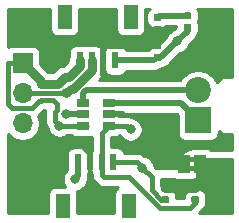
<source format=gbr>
G04 #@! TF.GenerationSoftware,KiCad,Pcbnew,(5.1.5)-3*
G04 #@! TF.CreationDate,2020-03-24T20:07:28-04:00*
G04 #@! TF.ProjectId,ADS1100,41445331-3130-4302-9e6b-696361645f70,rev?*
G04 #@! TF.SameCoordinates,Original*
G04 #@! TF.FileFunction,Copper,L1,Top*
G04 #@! TF.FilePolarity,Positive*
%FSLAX46Y46*%
G04 Gerber Fmt 4.6, Leading zero omitted, Abs format (unit mm)*
G04 Created by KiCad (PCBNEW (5.1.5)-3) date 2020-03-24 20:07:28*
%MOMM*%
%LPD*%
G04 APERTURE LIST*
%ADD10C,0.100000*%
%ADD11O,1.700000X1.700000*%
%ADD12R,1.700000X1.700000*%
%ADD13C,2.200000*%
%ADD14R,2.200000X2.200000*%
%ADD15R,1.060000X0.650000*%
%ADD16R,1.000000X1.500000*%
%ADD17R,1.198880X1.998980*%
%ADD18R,0.599440X1.348740*%
%ADD19C,0.800000*%
%ADD20C,0.381000*%
%ADD21C,0.254000*%
%ADD22C,0.762000*%
%ADD23C,0.508000*%
G04 APERTURE END LIST*
D10*
G36*
X224159000Y-54137000D02*
G01*
X224659000Y-54137000D01*
X224659000Y-54537000D01*
X224159000Y-54537000D01*
X224159000Y-54137000D01*
G37*
G36*
X224159000Y-54937000D02*
G01*
X224659000Y-54937000D01*
X224659000Y-55337000D01*
X224159000Y-55337000D01*
X224159000Y-54937000D01*
G37*
D11*
X210058000Y-53848000D03*
X210058000Y-51308000D03*
X210058000Y-48768000D03*
D12*
X210058000Y-46228000D03*
G04 #@! TA.AperFunction,SMDPad,CuDef*
D10*
G36*
X221674958Y-42042710D02*
G01*
X221689276Y-42044834D01*
X221703317Y-42048351D01*
X221716946Y-42053228D01*
X221730031Y-42059417D01*
X221742447Y-42066858D01*
X221754073Y-42075481D01*
X221764798Y-42085202D01*
X221774519Y-42095927D01*
X221783142Y-42107553D01*
X221790583Y-42119969D01*
X221796772Y-42133054D01*
X221801649Y-42146683D01*
X221805166Y-42160724D01*
X221807290Y-42175042D01*
X221808000Y-42189500D01*
X221808000Y-42484500D01*
X221807290Y-42498958D01*
X221805166Y-42513276D01*
X221801649Y-42527317D01*
X221796772Y-42540946D01*
X221790583Y-42554031D01*
X221783142Y-42566447D01*
X221774519Y-42578073D01*
X221764798Y-42588798D01*
X221754073Y-42598519D01*
X221742447Y-42607142D01*
X221730031Y-42614583D01*
X221716946Y-42620772D01*
X221703317Y-42625649D01*
X221689276Y-42629166D01*
X221674958Y-42631290D01*
X221660500Y-42632000D01*
X221315500Y-42632000D01*
X221301042Y-42631290D01*
X221286724Y-42629166D01*
X221272683Y-42625649D01*
X221259054Y-42620772D01*
X221245969Y-42614583D01*
X221233553Y-42607142D01*
X221221927Y-42598519D01*
X221211202Y-42588798D01*
X221201481Y-42578073D01*
X221192858Y-42566447D01*
X221185417Y-42554031D01*
X221179228Y-42540946D01*
X221174351Y-42527317D01*
X221170834Y-42513276D01*
X221168710Y-42498958D01*
X221168000Y-42484500D01*
X221168000Y-42189500D01*
X221168710Y-42175042D01*
X221170834Y-42160724D01*
X221174351Y-42146683D01*
X221179228Y-42133054D01*
X221185417Y-42119969D01*
X221192858Y-42107553D01*
X221201481Y-42095927D01*
X221211202Y-42085202D01*
X221221927Y-42075481D01*
X221233553Y-42066858D01*
X221245969Y-42059417D01*
X221259054Y-42053228D01*
X221272683Y-42048351D01*
X221286724Y-42044834D01*
X221301042Y-42042710D01*
X221315500Y-42042000D01*
X221660500Y-42042000D01*
X221674958Y-42042710D01*
G37*
G04 #@! TD.AperFunction*
G04 #@! TA.AperFunction,SMDPad,CuDef*
G36*
X221674958Y-43012710D02*
G01*
X221689276Y-43014834D01*
X221703317Y-43018351D01*
X221716946Y-43023228D01*
X221730031Y-43029417D01*
X221742447Y-43036858D01*
X221754073Y-43045481D01*
X221764798Y-43055202D01*
X221774519Y-43065927D01*
X221783142Y-43077553D01*
X221790583Y-43089969D01*
X221796772Y-43103054D01*
X221801649Y-43116683D01*
X221805166Y-43130724D01*
X221807290Y-43145042D01*
X221808000Y-43159500D01*
X221808000Y-43454500D01*
X221807290Y-43468958D01*
X221805166Y-43483276D01*
X221801649Y-43497317D01*
X221796772Y-43510946D01*
X221790583Y-43524031D01*
X221783142Y-43536447D01*
X221774519Y-43548073D01*
X221764798Y-43558798D01*
X221754073Y-43568519D01*
X221742447Y-43577142D01*
X221730031Y-43584583D01*
X221716946Y-43590772D01*
X221703317Y-43595649D01*
X221689276Y-43599166D01*
X221674958Y-43601290D01*
X221660500Y-43602000D01*
X221315500Y-43602000D01*
X221301042Y-43601290D01*
X221286724Y-43599166D01*
X221272683Y-43595649D01*
X221259054Y-43590772D01*
X221245969Y-43584583D01*
X221233553Y-43577142D01*
X221221927Y-43568519D01*
X221211202Y-43558798D01*
X221201481Y-43548073D01*
X221192858Y-43536447D01*
X221185417Y-43524031D01*
X221179228Y-43510946D01*
X221174351Y-43497317D01*
X221170834Y-43483276D01*
X221168710Y-43468958D01*
X221168000Y-43454500D01*
X221168000Y-43159500D01*
X221168710Y-43145042D01*
X221170834Y-43130724D01*
X221174351Y-43116683D01*
X221179228Y-43103054D01*
X221185417Y-43089969D01*
X221192858Y-43077553D01*
X221201481Y-43065927D01*
X221211202Y-43055202D01*
X221221927Y-43045481D01*
X221233553Y-43036858D01*
X221245969Y-43029417D01*
X221259054Y-43023228D01*
X221272683Y-43018351D01*
X221286724Y-43014834D01*
X221301042Y-43012710D01*
X221315500Y-43012000D01*
X221660500Y-43012000D01*
X221674958Y-43012710D01*
G37*
G04 #@! TD.AperFunction*
G04 #@! TA.AperFunction,SMDPad,CuDef*
G36*
X224214958Y-41892710D02*
G01*
X224229276Y-41894834D01*
X224243317Y-41898351D01*
X224256946Y-41903228D01*
X224270031Y-41909417D01*
X224282447Y-41916858D01*
X224294073Y-41925481D01*
X224304798Y-41935202D01*
X224314519Y-41945927D01*
X224323142Y-41957553D01*
X224330583Y-41969969D01*
X224336772Y-41983054D01*
X224341649Y-41996683D01*
X224345166Y-42010724D01*
X224347290Y-42025042D01*
X224348000Y-42039500D01*
X224348000Y-42334500D01*
X224347290Y-42348958D01*
X224345166Y-42363276D01*
X224341649Y-42377317D01*
X224336772Y-42390946D01*
X224330583Y-42404031D01*
X224323142Y-42416447D01*
X224314519Y-42428073D01*
X224304798Y-42438798D01*
X224294073Y-42448519D01*
X224282447Y-42457142D01*
X224270031Y-42464583D01*
X224256946Y-42470772D01*
X224243317Y-42475649D01*
X224229276Y-42479166D01*
X224214958Y-42481290D01*
X224200500Y-42482000D01*
X223855500Y-42482000D01*
X223841042Y-42481290D01*
X223826724Y-42479166D01*
X223812683Y-42475649D01*
X223799054Y-42470772D01*
X223785969Y-42464583D01*
X223773553Y-42457142D01*
X223761927Y-42448519D01*
X223751202Y-42438798D01*
X223741481Y-42428073D01*
X223732858Y-42416447D01*
X223725417Y-42404031D01*
X223719228Y-42390946D01*
X223714351Y-42377317D01*
X223710834Y-42363276D01*
X223708710Y-42348958D01*
X223708000Y-42334500D01*
X223708000Y-42039500D01*
X223708710Y-42025042D01*
X223710834Y-42010724D01*
X223714351Y-41996683D01*
X223719228Y-41983054D01*
X223725417Y-41969969D01*
X223732858Y-41957553D01*
X223741481Y-41945927D01*
X223751202Y-41935202D01*
X223761927Y-41925481D01*
X223773553Y-41916858D01*
X223785969Y-41909417D01*
X223799054Y-41903228D01*
X223812683Y-41898351D01*
X223826724Y-41894834D01*
X223841042Y-41892710D01*
X223855500Y-41892000D01*
X224200500Y-41892000D01*
X224214958Y-41892710D01*
G37*
G04 #@! TD.AperFunction*
G04 #@! TA.AperFunction,SMDPad,CuDef*
G36*
X224214958Y-42862710D02*
G01*
X224229276Y-42864834D01*
X224243317Y-42868351D01*
X224256946Y-42873228D01*
X224270031Y-42879417D01*
X224282447Y-42886858D01*
X224294073Y-42895481D01*
X224304798Y-42905202D01*
X224314519Y-42915927D01*
X224323142Y-42927553D01*
X224330583Y-42939969D01*
X224336772Y-42953054D01*
X224341649Y-42966683D01*
X224345166Y-42980724D01*
X224347290Y-42995042D01*
X224348000Y-43009500D01*
X224348000Y-43304500D01*
X224347290Y-43318958D01*
X224345166Y-43333276D01*
X224341649Y-43347317D01*
X224336772Y-43360946D01*
X224330583Y-43374031D01*
X224323142Y-43386447D01*
X224314519Y-43398073D01*
X224304798Y-43408798D01*
X224294073Y-43418519D01*
X224282447Y-43427142D01*
X224270031Y-43434583D01*
X224256946Y-43440772D01*
X224243317Y-43445649D01*
X224229276Y-43449166D01*
X224214958Y-43451290D01*
X224200500Y-43452000D01*
X223855500Y-43452000D01*
X223841042Y-43451290D01*
X223826724Y-43449166D01*
X223812683Y-43445649D01*
X223799054Y-43440772D01*
X223785969Y-43434583D01*
X223773553Y-43427142D01*
X223761927Y-43418519D01*
X223751202Y-43408798D01*
X223741481Y-43398073D01*
X223732858Y-43386447D01*
X223725417Y-43374031D01*
X223719228Y-43360946D01*
X223714351Y-43347317D01*
X223710834Y-43333276D01*
X223708710Y-43318958D01*
X223708000Y-43304500D01*
X223708000Y-43009500D01*
X223708710Y-42995042D01*
X223710834Y-42980724D01*
X223714351Y-42966683D01*
X223719228Y-42953054D01*
X223725417Y-42939969D01*
X223732858Y-42927553D01*
X223741481Y-42915927D01*
X223751202Y-42905202D01*
X223761927Y-42895481D01*
X223773553Y-42886858D01*
X223785969Y-42879417D01*
X223799054Y-42873228D01*
X223812683Y-42868351D01*
X223826724Y-42864834D01*
X223841042Y-42862710D01*
X223855500Y-42862000D01*
X224200500Y-42862000D01*
X224214958Y-42862710D01*
G37*
G04 #@! TD.AperFunction*
D13*
X224917000Y-48514000D03*
D14*
X224917000Y-51054000D03*
D15*
X217340505Y-50546000D03*
X217340505Y-49596000D03*
X217340505Y-51496000D03*
X215140505Y-51496000D03*
X215140505Y-50546000D03*
X215140505Y-49596000D03*
G04 #@! TA.AperFunction,SMDPad,CuDef*
D10*
G36*
X222309958Y-57467710D02*
G01*
X222324276Y-57469834D01*
X222338317Y-57473351D01*
X222351946Y-57478228D01*
X222365031Y-57484417D01*
X222377447Y-57491858D01*
X222389073Y-57500481D01*
X222399798Y-57510202D01*
X222409519Y-57520927D01*
X222418142Y-57532553D01*
X222425583Y-57544969D01*
X222431772Y-57558054D01*
X222436649Y-57571683D01*
X222440166Y-57585724D01*
X222442290Y-57600042D01*
X222443000Y-57614500D01*
X222443000Y-57909500D01*
X222442290Y-57923958D01*
X222440166Y-57938276D01*
X222436649Y-57952317D01*
X222431772Y-57965946D01*
X222425583Y-57979031D01*
X222418142Y-57991447D01*
X222409519Y-58003073D01*
X222399798Y-58013798D01*
X222389073Y-58023519D01*
X222377447Y-58032142D01*
X222365031Y-58039583D01*
X222351946Y-58045772D01*
X222338317Y-58050649D01*
X222324276Y-58054166D01*
X222309958Y-58056290D01*
X222295500Y-58057000D01*
X221950500Y-58057000D01*
X221936042Y-58056290D01*
X221921724Y-58054166D01*
X221907683Y-58050649D01*
X221894054Y-58045772D01*
X221880969Y-58039583D01*
X221868553Y-58032142D01*
X221856927Y-58023519D01*
X221846202Y-58013798D01*
X221836481Y-58003073D01*
X221827858Y-57991447D01*
X221820417Y-57979031D01*
X221814228Y-57965946D01*
X221809351Y-57952317D01*
X221805834Y-57938276D01*
X221803710Y-57923958D01*
X221803000Y-57909500D01*
X221803000Y-57614500D01*
X221803710Y-57600042D01*
X221805834Y-57585724D01*
X221809351Y-57571683D01*
X221814228Y-57558054D01*
X221820417Y-57544969D01*
X221827858Y-57532553D01*
X221836481Y-57520927D01*
X221846202Y-57510202D01*
X221856927Y-57500481D01*
X221868553Y-57491858D01*
X221880969Y-57484417D01*
X221894054Y-57478228D01*
X221907683Y-57473351D01*
X221921724Y-57469834D01*
X221936042Y-57467710D01*
X221950500Y-57467000D01*
X222295500Y-57467000D01*
X222309958Y-57467710D01*
G37*
G04 #@! TD.AperFunction*
G04 #@! TA.AperFunction,SMDPad,CuDef*
G36*
X222309958Y-56497710D02*
G01*
X222324276Y-56499834D01*
X222338317Y-56503351D01*
X222351946Y-56508228D01*
X222365031Y-56514417D01*
X222377447Y-56521858D01*
X222389073Y-56530481D01*
X222399798Y-56540202D01*
X222409519Y-56550927D01*
X222418142Y-56562553D01*
X222425583Y-56574969D01*
X222431772Y-56588054D01*
X222436649Y-56601683D01*
X222440166Y-56615724D01*
X222442290Y-56630042D01*
X222443000Y-56644500D01*
X222443000Y-56939500D01*
X222442290Y-56953958D01*
X222440166Y-56968276D01*
X222436649Y-56982317D01*
X222431772Y-56995946D01*
X222425583Y-57009031D01*
X222418142Y-57021447D01*
X222409519Y-57033073D01*
X222399798Y-57043798D01*
X222389073Y-57053519D01*
X222377447Y-57062142D01*
X222365031Y-57069583D01*
X222351946Y-57075772D01*
X222338317Y-57080649D01*
X222324276Y-57084166D01*
X222309958Y-57086290D01*
X222295500Y-57087000D01*
X221950500Y-57087000D01*
X221936042Y-57086290D01*
X221921724Y-57084166D01*
X221907683Y-57080649D01*
X221894054Y-57075772D01*
X221880969Y-57069583D01*
X221868553Y-57062142D01*
X221856927Y-57053519D01*
X221846202Y-57043798D01*
X221836481Y-57033073D01*
X221827858Y-57021447D01*
X221820417Y-57009031D01*
X221814228Y-56995946D01*
X221809351Y-56982317D01*
X221805834Y-56968276D01*
X221803710Y-56953958D01*
X221803000Y-56939500D01*
X221803000Y-56644500D01*
X221803710Y-56630042D01*
X221805834Y-56615724D01*
X221809351Y-56601683D01*
X221814228Y-56588054D01*
X221820417Y-56574969D01*
X221827858Y-56562553D01*
X221836481Y-56550927D01*
X221846202Y-56540202D01*
X221856927Y-56530481D01*
X221868553Y-56521858D01*
X221880969Y-56514417D01*
X221894054Y-56508228D01*
X221907683Y-56503351D01*
X221921724Y-56499834D01*
X221936042Y-56497710D01*
X221950500Y-56497000D01*
X222295500Y-56497000D01*
X222309958Y-56497710D01*
G37*
G04 #@! TD.AperFunction*
G04 #@! TA.AperFunction,SMDPad,CuDef*
G36*
X224849958Y-57467710D02*
G01*
X224864276Y-57469834D01*
X224878317Y-57473351D01*
X224891946Y-57478228D01*
X224905031Y-57484417D01*
X224917447Y-57491858D01*
X224929073Y-57500481D01*
X224939798Y-57510202D01*
X224949519Y-57520927D01*
X224958142Y-57532553D01*
X224965583Y-57544969D01*
X224971772Y-57558054D01*
X224976649Y-57571683D01*
X224980166Y-57585724D01*
X224982290Y-57600042D01*
X224983000Y-57614500D01*
X224983000Y-57909500D01*
X224982290Y-57923958D01*
X224980166Y-57938276D01*
X224976649Y-57952317D01*
X224971772Y-57965946D01*
X224965583Y-57979031D01*
X224958142Y-57991447D01*
X224949519Y-58003073D01*
X224939798Y-58013798D01*
X224929073Y-58023519D01*
X224917447Y-58032142D01*
X224905031Y-58039583D01*
X224891946Y-58045772D01*
X224878317Y-58050649D01*
X224864276Y-58054166D01*
X224849958Y-58056290D01*
X224835500Y-58057000D01*
X224490500Y-58057000D01*
X224476042Y-58056290D01*
X224461724Y-58054166D01*
X224447683Y-58050649D01*
X224434054Y-58045772D01*
X224420969Y-58039583D01*
X224408553Y-58032142D01*
X224396927Y-58023519D01*
X224386202Y-58013798D01*
X224376481Y-58003073D01*
X224367858Y-57991447D01*
X224360417Y-57979031D01*
X224354228Y-57965946D01*
X224349351Y-57952317D01*
X224345834Y-57938276D01*
X224343710Y-57923958D01*
X224343000Y-57909500D01*
X224343000Y-57614500D01*
X224343710Y-57600042D01*
X224345834Y-57585724D01*
X224349351Y-57571683D01*
X224354228Y-57558054D01*
X224360417Y-57544969D01*
X224367858Y-57532553D01*
X224376481Y-57520927D01*
X224386202Y-57510202D01*
X224396927Y-57500481D01*
X224408553Y-57491858D01*
X224420969Y-57484417D01*
X224434054Y-57478228D01*
X224447683Y-57473351D01*
X224461724Y-57469834D01*
X224476042Y-57467710D01*
X224490500Y-57467000D01*
X224835500Y-57467000D01*
X224849958Y-57467710D01*
G37*
G04 #@! TD.AperFunction*
G04 #@! TA.AperFunction,SMDPad,CuDef*
G36*
X224849958Y-56497710D02*
G01*
X224864276Y-56499834D01*
X224878317Y-56503351D01*
X224891946Y-56508228D01*
X224905031Y-56514417D01*
X224917447Y-56521858D01*
X224929073Y-56530481D01*
X224939798Y-56540202D01*
X224949519Y-56550927D01*
X224958142Y-56562553D01*
X224965583Y-56574969D01*
X224971772Y-56588054D01*
X224976649Y-56601683D01*
X224980166Y-56615724D01*
X224982290Y-56630042D01*
X224983000Y-56644500D01*
X224983000Y-56939500D01*
X224982290Y-56953958D01*
X224980166Y-56968276D01*
X224976649Y-56982317D01*
X224971772Y-56995946D01*
X224965583Y-57009031D01*
X224958142Y-57021447D01*
X224949519Y-57033073D01*
X224939798Y-57043798D01*
X224929073Y-57053519D01*
X224917447Y-57062142D01*
X224905031Y-57069583D01*
X224891946Y-57075772D01*
X224878317Y-57080649D01*
X224864276Y-57084166D01*
X224849958Y-57086290D01*
X224835500Y-57087000D01*
X224490500Y-57087000D01*
X224476042Y-57086290D01*
X224461724Y-57084166D01*
X224447683Y-57080649D01*
X224434054Y-57075772D01*
X224420969Y-57069583D01*
X224408553Y-57062142D01*
X224396927Y-57053519D01*
X224386202Y-57043798D01*
X224376481Y-57033073D01*
X224367858Y-57021447D01*
X224360417Y-57009031D01*
X224354228Y-56995946D01*
X224349351Y-56982317D01*
X224345834Y-56968276D01*
X224343710Y-56953958D01*
X224343000Y-56939500D01*
X224343000Y-56644500D01*
X224343710Y-56630042D01*
X224345834Y-56615724D01*
X224349351Y-56601683D01*
X224354228Y-56588054D01*
X224360417Y-56574969D01*
X224367858Y-56562553D01*
X224376481Y-56550927D01*
X224386202Y-56540202D01*
X224396927Y-56530481D01*
X224408553Y-56521858D01*
X224420969Y-56514417D01*
X224434054Y-56508228D01*
X224447683Y-56503351D01*
X224461724Y-56499834D01*
X224476042Y-56497710D01*
X224490500Y-56497000D01*
X224835500Y-56497000D01*
X224849958Y-56497710D01*
G37*
G04 #@! TD.AperFunction*
D16*
X225059000Y-54737000D03*
X223759000Y-54737000D03*
D17*
X213441425Y-58282840D03*
X219039585Y-58282840D03*
D18*
X217739105Y-54610000D03*
X216738345Y-54610000D03*
X215742665Y-54610000D03*
X214741905Y-54610000D03*
D17*
X219207080Y-42301160D03*
X213608920Y-42301160D03*
D18*
X214909400Y-45974000D03*
X215910160Y-45974000D03*
X216905840Y-45974000D03*
X217906600Y-45974000D03*
G04 #@! TA.AperFunction,SMDPad,CuDef*
D10*
G36*
X221674958Y-45402710D02*
G01*
X221689276Y-45404834D01*
X221703317Y-45408351D01*
X221716946Y-45413228D01*
X221730031Y-45419417D01*
X221742447Y-45426858D01*
X221754073Y-45435481D01*
X221764798Y-45445202D01*
X221774519Y-45455927D01*
X221783142Y-45467553D01*
X221790583Y-45479969D01*
X221796772Y-45493054D01*
X221801649Y-45506683D01*
X221805166Y-45520724D01*
X221807290Y-45535042D01*
X221808000Y-45549500D01*
X221808000Y-45844500D01*
X221807290Y-45858958D01*
X221805166Y-45873276D01*
X221801649Y-45887317D01*
X221796772Y-45900946D01*
X221790583Y-45914031D01*
X221783142Y-45926447D01*
X221774519Y-45938073D01*
X221764798Y-45948798D01*
X221754073Y-45958519D01*
X221742447Y-45967142D01*
X221730031Y-45974583D01*
X221716946Y-45980772D01*
X221703317Y-45985649D01*
X221689276Y-45989166D01*
X221674958Y-45991290D01*
X221660500Y-45992000D01*
X221315500Y-45992000D01*
X221301042Y-45991290D01*
X221286724Y-45989166D01*
X221272683Y-45985649D01*
X221259054Y-45980772D01*
X221245969Y-45974583D01*
X221233553Y-45967142D01*
X221221927Y-45958519D01*
X221211202Y-45948798D01*
X221201481Y-45938073D01*
X221192858Y-45926447D01*
X221185417Y-45914031D01*
X221179228Y-45900946D01*
X221174351Y-45887317D01*
X221170834Y-45873276D01*
X221168710Y-45858958D01*
X221168000Y-45844500D01*
X221168000Y-45549500D01*
X221168710Y-45535042D01*
X221170834Y-45520724D01*
X221174351Y-45506683D01*
X221179228Y-45493054D01*
X221185417Y-45479969D01*
X221192858Y-45467553D01*
X221201481Y-45455927D01*
X221211202Y-45445202D01*
X221221927Y-45435481D01*
X221233553Y-45426858D01*
X221245969Y-45419417D01*
X221259054Y-45413228D01*
X221272683Y-45408351D01*
X221286724Y-45404834D01*
X221301042Y-45402710D01*
X221315500Y-45402000D01*
X221660500Y-45402000D01*
X221674958Y-45402710D01*
G37*
G04 #@! TD.AperFunction*
G04 #@! TA.AperFunction,SMDPad,CuDef*
G36*
X221674958Y-44432710D02*
G01*
X221689276Y-44434834D01*
X221703317Y-44438351D01*
X221716946Y-44443228D01*
X221730031Y-44449417D01*
X221742447Y-44456858D01*
X221754073Y-44465481D01*
X221764798Y-44475202D01*
X221774519Y-44485927D01*
X221783142Y-44497553D01*
X221790583Y-44509969D01*
X221796772Y-44523054D01*
X221801649Y-44536683D01*
X221805166Y-44550724D01*
X221807290Y-44565042D01*
X221808000Y-44579500D01*
X221808000Y-44874500D01*
X221807290Y-44888958D01*
X221805166Y-44903276D01*
X221801649Y-44917317D01*
X221796772Y-44930946D01*
X221790583Y-44944031D01*
X221783142Y-44956447D01*
X221774519Y-44968073D01*
X221764798Y-44978798D01*
X221754073Y-44988519D01*
X221742447Y-44997142D01*
X221730031Y-45004583D01*
X221716946Y-45010772D01*
X221703317Y-45015649D01*
X221689276Y-45019166D01*
X221674958Y-45021290D01*
X221660500Y-45022000D01*
X221315500Y-45022000D01*
X221301042Y-45021290D01*
X221286724Y-45019166D01*
X221272683Y-45015649D01*
X221259054Y-45010772D01*
X221245969Y-45004583D01*
X221233553Y-44997142D01*
X221221927Y-44988519D01*
X221211202Y-44978798D01*
X221201481Y-44968073D01*
X221192858Y-44956447D01*
X221185417Y-44944031D01*
X221179228Y-44930946D01*
X221174351Y-44917317D01*
X221170834Y-44903276D01*
X221168710Y-44888958D01*
X221168000Y-44874500D01*
X221168000Y-44579500D01*
X221168710Y-44565042D01*
X221170834Y-44550724D01*
X221174351Y-44536683D01*
X221179228Y-44523054D01*
X221185417Y-44509969D01*
X221192858Y-44497553D01*
X221201481Y-44485927D01*
X221211202Y-44475202D01*
X221221927Y-44465481D01*
X221233553Y-44456858D01*
X221245969Y-44449417D01*
X221259054Y-44443228D01*
X221272683Y-44438351D01*
X221286724Y-44434834D01*
X221301042Y-44432710D01*
X221315500Y-44432000D01*
X221660500Y-44432000D01*
X221674958Y-44432710D01*
G37*
G04 #@! TD.AperFunction*
D19*
X220154500Y-55054500D03*
X213172000Y-51496000D03*
X219202000Y-51816000D03*
X213741000Y-48768000D03*
X214336999Y-52998001D03*
X220218000Y-47371000D03*
X217932000Y-52959000D03*
X214503000Y-56007000D03*
X223160500Y-44344500D03*
X213741000Y-50546000D03*
D20*
X217739105Y-54610000D02*
X219710000Y-54610000D01*
X219710000Y-54610000D02*
X220154500Y-55054500D01*
X220980000Y-56939000D02*
X221803000Y-57762000D01*
X221803000Y-57762000D02*
X222123000Y-57762000D01*
X220980000Y-55880000D02*
X220980000Y-56939000D01*
D21*
X215553475Y-51496000D02*
X215140505Y-51496000D01*
D20*
X215140505Y-51496000D02*
X213172000Y-51496000D01*
X220154500Y-55054500D02*
X220980000Y-55880000D01*
D22*
X210312000Y-45974000D02*
X210058000Y-46228000D01*
X214909400Y-45974000D02*
X214909400Y-46452737D01*
X213956146Y-47405991D02*
X213651127Y-47405991D01*
X214909400Y-46452737D02*
X213956146Y-47405991D01*
X213651127Y-47405991D02*
X213060628Y-47996490D01*
X213060628Y-47996490D02*
X211582000Y-47996490D01*
X211582000Y-47752000D02*
X210058000Y-46228000D01*
X211582000Y-47996490D02*
X211582000Y-47752000D01*
D20*
X212772001Y-51096001D02*
X213172000Y-51496000D01*
X212772001Y-50345057D02*
X212772001Y-51096001D01*
X212979000Y-50138058D02*
X212772001Y-50345057D01*
X208817499Y-49686499D02*
X209139501Y-50008501D01*
X209139501Y-50008501D02*
X210849499Y-50008501D01*
X208827000Y-46228000D02*
X208817499Y-46237501D01*
X210058000Y-46228000D02*
X208827000Y-46228000D01*
X210849499Y-50008501D02*
X211455000Y-49403000D01*
X208817499Y-46237501D02*
X208817499Y-49686499D01*
X212979000Y-49657000D02*
X212979000Y-50138058D01*
X211455000Y-49403000D02*
X211582000Y-49403000D01*
X211635990Y-49349010D02*
X212671010Y-49349010D01*
X211582000Y-49403000D02*
X211635990Y-49349010D01*
X212671010Y-49349010D02*
X212979000Y-49657000D01*
X224663000Y-58057000D02*
X224663000Y-57762000D01*
X221666838Y-58447510D02*
X224272490Y-58447510D01*
X224272490Y-58447510D02*
X224663000Y-58057000D01*
X220112177Y-56892849D02*
X221666838Y-58447510D01*
X216738345Y-54610000D02*
X216738345Y-55665370D01*
X216738345Y-52098160D02*
X217340505Y-51496000D01*
X216738345Y-54610000D02*
X216738345Y-52098160D01*
X217340505Y-51496000D02*
X218882000Y-51496000D01*
X218882000Y-51496000D02*
X219202000Y-51816000D01*
X220112177Y-56892849D02*
X220087849Y-56892849D01*
X220087849Y-56892849D02*
X219075000Y-55880000D01*
X216952975Y-55880000D02*
X216738345Y-55665370D01*
X219075000Y-55880000D02*
X216952975Y-55880000D01*
X213741000Y-48768000D02*
X210058000Y-48768000D01*
D22*
X214354622Y-48368001D02*
X215910160Y-46812463D01*
X214140999Y-48368001D02*
X214354622Y-48368001D01*
X215910160Y-46812463D02*
X215910160Y-45974000D01*
X213741000Y-48768000D02*
X214140999Y-48368001D01*
D23*
X221488000Y-43307000D02*
X221488000Y-44727000D01*
X216905840Y-44791630D02*
X216905840Y-45974000D01*
X216970470Y-44727000D02*
X216905840Y-44791630D01*
X221488000Y-44727000D02*
X216970470Y-44727000D01*
X223759000Y-54995000D02*
X223759000Y-55245000D01*
X217340505Y-50546000D02*
X217424000Y-50546000D01*
X218560000Y-50546000D02*
X217340505Y-50546000D01*
X210907999Y-52998001D02*
X210058000Y-53848000D01*
X215742665Y-53819468D02*
X214921198Y-52998001D01*
X214921198Y-52998001D02*
X214336999Y-52998001D01*
X215742665Y-54610000D02*
X215742665Y-53819468D01*
X214336999Y-52998001D02*
X210907999Y-52998001D01*
X216905840Y-47233840D02*
X217170000Y-47498000D01*
X216905840Y-45974000D02*
X216905840Y-47233840D01*
D20*
X222878000Y-54737000D02*
X222631000Y-54490000D01*
X223759000Y-54737000D02*
X222878000Y-54737000D01*
X222631000Y-54490000D02*
X222384000Y-54490000D01*
X222384000Y-54490000D02*
X222250000Y-54356000D01*
D23*
X221211000Y-45974000D02*
X221488000Y-45697000D01*
X217906600Y-45974000D02*
X221211000Y-45974000D01*
X224028000Y-43477000D02*
X224028000Y-43452000D01*
X224028000Y-43452000D02*
X224028000Y-43157000D01*
X221808000Y-45697000D02*
X223160500Y-44344500D01*
X221488000Y-45697000D02*
X221808000Y-45697000D01*
X223160500Y-44344500D02*
X224028000Y-43477000D01*
X213741000Y-50546000D02*
X215140505Y-50546000D01*
X214741905Y-55768095D02*
X214503000Y-56007000D01*
X214741905Y-54610000D02*
X214741905Y-55768095D01*
X215140505Y-49596000D02*
X215345505Y-49596000D01*
X215140505Y-48763000D02*
X215262505Y-48641000D01*
X215140505Y-49596000D02*
X215140505Y-48763000D01*
X215389505Y-48514000D02*
X224917000Y-48514000D01*
X215140505Y-48763000D02*
X215389505Y-48514000D01*
X223459000Y-49596000D02*
X224917000Y-51054000D01*
X217340505Y-49596000D02*
X223459000Y-49596000D01*
D20*
X224663000Y-55133000D02*
X225059000Y-54737000D01*
D22*
X222123000Y-56792000D02*
X224663000Y-56792000D01*
X225059000Y-56396000D02*
X225059000Y-54737000D01*
X224663000Y-56792000D02*
X225059000Y-56396000D01*
D23*
X221638000Y-42187000D02*
X221488000Y-42337000D01*
X224028000Y-42187000D02*
X221638000Y-42187000D01*
D21*
G36*
X211958445Y-50183232D02*
G01*
X211948674Y-50282446D01*
X211942507Y-50345057D01*
X211946501Y-50385607D01*
X211946501Y-51055451D01*
X211942507Y-51096001D01*
X211946501Y-51136551D01*
X211946501Y-51136554D01*
X211958445Y-51257827D01*
X211977968Y-51322185D01*
X212005648Y-51413434D01*
X212082302Y-51556843D01*
X212116029Y-51597939D01*
X212143709Y-51631667D01*
X212176774Y-51797898D01*
X212254795Y-51986256D01*
X212368063Y-52155774D01*
X212512226Y-52299937D01*
X212681744Y-52413205D01*
X212870102Y-52491226D01*
X213070061Y-52531000D01*
X213273939Y-52531000D01*
X213473898Y-52491226D01*
X213662256Y-52413205D01*
X213799503Y-52321500D01*
X214219411Y-52321500D01*
X214256011Y-52351537D01*
X214366325Y-52410502D01*
X214486023Y-52446812D01*
X214610505Y-52459072D01*
X215670505Y-52459072D01*
X215794987Y-52446812D01*
X215912846Y-52411060D01*
X215912845Y-53575339D01*
X215908088Y-53581136D01*
X215849123Y-53691450D01*
X215812813Y-53811148D01*
X215800553Y-53935630D01*
X215800553Y-55284370D01*
X215812813Y-55408852D01*
X215849123Y-55528550D01*
X215908088Y-55638864D01*
X215911100Y-55642534D01*
X215908851Y-55665370D01*
X215924790Y-55827196D01*
X215971992Y-55982803D01*
X216048646Y-56126212D01*
X216086755Y-56172647D01*
X216151805Y-56251911D01*
X216183305Y-56277762D01*
X216340581Y-56435038D01*
X216366434Y-56466541D01*
X216492133Y-56569699D01*
X216635541Y-56646353D01*
X216791149Y-56693556D01*
X216912422Y-56705500D01*
X216912424Y-56705500D01*
X216952975Y-56709494D01*
X216993525Y-56705500D01*
X218174166Y-56705500D01*
X218085651Y-56752813D01*
X217988960Y-56832165D01*
X217909608Y-56928856D01*
X217850643Y-57039170D01*
X217814333Y-57158868D01*
X217802073Y-57283350D01*
X217802073Y-58878000D01*
X214678937Y-58878000D01*
X214678937Y-57283350D01*
X214666677Y-57158868D01*
X214630367Y-57039170D01*
X214629291Y-57037156D01*
X214804898Y-57002226D01*
X214993256Y-56924205D01*
X215162774Y-56810937D01*
X215306937Y-56666774D01*
X215420205Y-56497256D01*
X215498226Y-56308898D01*
X215520369Y-56197575D01*
X215567208Y-56109946D01*
X215618041Y-55942369D01*
X215630905Y-55811762D01*
X215630905Y-55811755D01*
X215635205Y-55768095D01*
X215630905Y-55724435D01*
X215630905Y-55528965D01*
X215631127Y-55528550D01*
X215667437Y-55408852D01*
X215679697Y-55284370D01*
X215679697Y-53935630D01*
X215667437Y-53811148D01*
X215631127Y-53691450D01*
X215572162Y-53581136D01*
X215492810Y-53484445D01*
X215396119Y-53405093D01*
X215285805Y-53346128D01*
X215166107Y-53309818D01*
X215041625Y-53297558D01*
X214442185Y-53297558D01*
X214317703Y-53309818D01*
X214198005Y-53346128D01*
X214087691Y-53405093D01*
X213991000Y-53484445D01*
X213911648Y-53581136D01*
X213852683Y-53691450D01*
X213816373Y-53811148D01*
X213804113Y-53935630D01*
X213804113Y-55242176D01*
X213699063Y-55347226D01*
X213585795Y-55516744D01*
X213507774Y-55705102D01*
X213468000Y-55905061D01*
X213468000Y-56108939D01*
X213507774Y-56308898D01*
X213585795Y-56497256D01*
X213684700Y-56645278D01*
X212841985Y-56645278D01*
X212717503Y-56657538D01*
X212597805Y-56693848D01*
X212487491Y-56752813D01*
X212390800Y-56832165D01*
X212311448Y-56928856D01*
X212252483Y-57039170D01*
X212216173Y-57158868D01*
X212203913Y-57283350D01*
X212203913Y-58878000D01*
X208838000Y-58878000D01*
X208838000Y-52155070D01*
X208904525Y-52254632D01*
X209111368Y-52461475D01*
X209354589Y-52623990D01*
X209624842Y-52735932D01*
X209911740Y-52793000D01*
X210204260Y-52793000D01*
X210491158Y-52735932D01*
X210761411Y-52623990D01*
X211004632Y-52461475D01*
X211211475Y-52254632D01*
X211373990Y-52011411D01*
X211485932Y-51741158D01*
X211543000Y-51454260D01*
X211543000Y-51161740D01*
X211485932Y-50874842D01*
X211386780Y-50635468D01*
X211436040Y-50595042D01*
X211461896Y-50563536D01*
X211837203Y-50188231D01*
X211882434Y-50174510D01*
X211961091Y-50174510D01*
X211958445Y-50183232D01*
G37*
X211958445Y-50183232D02*
X211948674Y-50282446D01*
X211942507Y-50345057D01*
X211946501Y-50385607D01*
X211946501Y-51055451D01*
X211942507Y-51096001D01*
X211946501Y-51136551D01*
X211946501Y-51136554D01*
X211958445Y-51257827D01*
X211977968Y-51322185D01*
X212005648Y-51413434D01*
X212082302Y-51556843D01*
X212116029Y-51597939D01*
X212143709Y-51631667D01*
X212176774Y-51797898D01*
X212254795Y-51986256D01*
X212368063Y-52155774D01*
X212512226Y-52299937D01*
X212681744Y-52413205D01*
X212870102Y-52491226D01*
X213070061Y-52531000D01*
X213273939Y-52531000D01*
X213473898Y-52491226D01*
X213662256Y-52413205D01*
X213799503Y-52321500D01*
X214219411Y-52321500D01*
X214256011Y-52351537D01*
X214366325Y-52410502D01*
X214486023Y-52446812D01*
X214610505Y-52459072D01*
X215670505Y-52459072D01*
X215794987Y-52446812D01*
X215912846Y-52411060D01*
X215912845Y-53575339D01*
X215908088Y-53581136D01*
X215849123Y-53691450D01*
X215812813Y-53811148D01*
X215800553Y-53935630D01*
X215800553Y-55284370D01*
X215812813Y-55408852D01*
X215849123Y-55528550D01*
X215908088Y-55638864D01*
X215911100Y-55642534D01*
X215908851Y-55665370D01*
X215924790Y-55827196D01*
X215971992Y-55982803D01*
X216048646Y-56126212D01*
X216086755Y-56172647D01*
X216151805Y-56251911D01*
X216183305Y-56277762D01*
X216340581Y-56435038D01*
X216366434Y-56466541D01*
X216492133Y-56569699D01*
X216635541Y-56646353D01*
X216791149Y-56693556D01*
X216912422Y-56705500D01*
X216912424Y-56705500D01*
X216952975Y-56709494D01*
X216993525Y-56705500D01*
X218174166Y-56705500D01*
X218085651Y-56752813D01*
X217988960Y-56832165D01*
X217909608Y-56928856D01*
X217850643Y-57039170D01*
X217814333Y-57158868D01*
X217802073Y-57283350D01*
X217802073Y-58878000D01*
X214678937Y-58878000D01*
X214678937Y-57283350D01*
X214666677Y-57158868D01*
X214630367Y-57039170D01*
X214629291Y-57037156D01*
X214804898Y-57002226D01*
X214993256Y-56924205D01*
X215162774Y-56810937D01*
X215306937Y-56666774D01*
X215420205Y-56497256D01*
X215498226Y-56308898D01*
X215520369Y-56197575D01*
X215567208Y-56109946D01*
X215618041Y-55942369D01*
X215630905Y-55811762D01*
X215630905Y-55811755D01*
X215635205Y-55768095D01*
X215630905Y-55724435D01*
X215630905Y-55528965D01*
X215631127Y-55528550D01*
X215667437Y-55408852D01*
X215679697Y-55284370D01*
X215679697Y-53935630D01*
X215667437Y-53811148D01*
X215631127Y-53691450D01*
X215572162Y-53581136D01*
X215492810Y-53484445D01*
X215396119Y-53405093D01*
X215285805Y-53346128D01*
X215166107Y-53309818D01*
X215041625Y-53297558D01*
X214442185Y-53297558D01*
X214317703Y-53309818D01*
X214198005Y-53346128D01*
X214087691Y-53405093D01*
X213991000Y-53484445D01*
X213911648Y-53581136D01*
X213852683Y-53691450D01*
X213816373Y-53811148D01*
X213804113Y-53935630D01*
X213804113Y-55242176D01*
X213699063Y-55347226D01*
X213585795Y-55516744D01*
X213507774Y-55705102D01*
X213468000Y-55905061D01*
X213468000Y-56108939D01*
X213507774Y-56308898D01*
X213585795Y-56497256D01*
X213684700Y-56645278D01*
X212841985Y-56645278D01*
X212717503Y-56657538D01*
X212597805Y-56693848D01*
X212487491Y-56752813D01*
X212390800Y-56832165D01*
X212311448Y-56928856D01*
X212252483Y-57039170D01*
X212216173Y-57158868D01*
X212203913Y-57283350D01*
X212203913Y-58878000D01*
X208838000Y-58878000D01*
X208838000Y-52155070D01*
X208904525Y-52254632D01*
X209111368Y-52461475D01*
X209354589Y-52623990D01*
X209624842Y-52735932D01*
X209911740Y-52793000D01*
X210204260Y-52793000D01*
X210491158Y-52735932D01*
X210761411Y-52623990D01*
X211004632Y-52461475D01*
X211211475Y-52254632D01*
X211373990Y-52011411D01*
X211485932Y-51741158D01*
X211543000Y-51454260D01*
X211543000Y-51161740D01*
X211485932Y-50874842D01*
X211386780Y-50635468D01*
X211436040Y-50595042D01*
X211461896Y-50563536D01*
X211837203Y-50188231D01*
X211882434Y-50174510D01*
X211961091Y-50174510D01*
X211958445Y-50183232D01*
G36*
X223178928Y-50573163D02*
G01*
X223178928Y-52154000D01*
X223191188Y-52278482D01*
X223227498Y-52398180D01*
X223286463Y-52508494D01*
X223365815Y-52605185D01*
X223462506Y-52684537D01*
X223572820Y-52743502D01*
X223692518Y-52779812D01*
X223817000Y-52792072D01*
X226017000Y-52792072D01*
X226141482Y-52779812D01*
X226261180Y-52743502D01*
X226371494Y-52684537D01*
X226468185Y-52605185D01*
X226547537Y-52508494D01*
X226606502Y-52398180D01*
X226642812Y-52278482D01*
X226655072Y-52154000D01*
X226655072Y-51927916D01*
X226701606Y-51974450D01*
X226895692Y-52104134D01*
X227111348Y-52193461D01*
X227340288Y-52239000D01*
X227573712Y-52239000D01*
X227788001Y-52196375D01*
X227788001Y-53561767D01*
X226043753Y-53576718D01*
X226010185Y-53535815D01*
X225913494Y-53456463D01*
X225803180Y-53397498D01*
X225683482Y-53361188D01*
X225559000Y-53348928D01*
X224559000Y-53348928D01*
X224434518Y-53361188D01*
X224314820Y-53397498D01*
X224204506Y-53456463D01*
X224147665Y-53503111D01*
X224099495Y-53507834D01*
X224040013Y-53513248D01*
X224037882Y-53513875D01*
X224035661Y-53514093D01*
X223978379Y-53531388D01*
X223921125Y-53548238D01*
X223919153Y-53549269D01*
X223917020Y-53549913D01*
X223864219Y-53577988D01*
X223811297Y-53605655D01*
X223809563Y-53607049D01*
X223807596Y-53608095D01*
X223761263Y-53645883D01*
X223714714Y-53683310D01*
X223713283Y-53685015D01*
X223711557Y-53686423D01*
X223673461Y-53732473D01*
X223635053Y-53778246D01*
X223633980Y-53780198D01*
X223632561Y-53781913D01*
X223604149Y-53834461D01*
X223575349Y-53886847D01*
X223574675Y-53888971D01*
X223573617Y-53890928D01*
X223555966Y-53947950D01*
X223537876Y-54004976D01*
X223537627Y-54007192D01*
X223536970Y-54009316D01*
X223530724Y-54068743D01*
X223524062Y-54128134D01*
X223524032Y-54132404D01*
X223524015Y-54132567D01*
X223524030Y-54132730D01*
X223524000Y-54137000D01*
X223524000Y-54537000D01*
X223529834Y-54596505D01*
X223535248Y-54655987D01*
X223535875Y-54658118D01*
X223536093Y-54660339D01*
X223553388Y-54717621D01*
X223559220Y-54737438D01*
X223555966Y-54747950D01*
X223537876Y-54804976D01*
X223537627Y-54807192D01*
X223536970Y-54809316D01*
X223530724Y-54868743D01*
X223524062Y-54928134D01*
X223524032Y-54932404D01*
X223524015Y-54932567D01*
X223524030Y-54932730D01*
X223524000Y-54937000D01*
X223524000Y-55118000D01*
X221385433Y-55118000D01*
X221181928Y-54914496D01*
X221149726Y-54752602D01*
X221071705Y-54564244D01*
X220958437Y-54394726D01*
X220814274Y-54250563D01*
X220644756Y-54137295D01*
X220456398Y-54059274D01*
X220300481Y-54028261D01*
X220296541Y-54023459D01*
X220170842Y-53920301D01*
X220027434Y-53843647D01*
X219871826Y-53796444D01*
X219750553Y-53784500D01*
X219750550Y-53784500D01*
X219710000Y-53780506D01*
X219669450Y-53784500D01*
X218656553Y-53784500D01*
X218628327Y-53691450D01*
X218569362Y-53581136D01*
X218490010Y-53484445D01*
X218393319Y-53405093D01*
X218283005Y-53346128D01*
X218163307Y-53309818D01*
X218038825Y-53297558D01*
X217563845Y-53297558D01*
X217563845Y-52459072D01*
X217870505Y-52459072D01*
X217994987Y-52446812D01*
X218114685Y-52410502D01*
X218224999Y-52351537D01*
X218261599Y-52321500D01*
X218294981Y-52321500D01*
X218398063Y-52475774D01*
X218542226Y-52619937D01*
X218711744Y-52733205D01*
X218900102Y-52811226D01*
X219100061Y-52851000D01*
X219303939Y-52851000D01*
X219503898Y-52811226D01*
X219692256Y-52733205D01*
X219861774Y-52619937D01*
X220005937Y-52475774D01*
X220119205Y-52306256D01*
X220197226Y-52117898D01*
X220237000Y-51917939D01*
X220237000Y-51714061D01*
X220197226Y-51514102D01*
X220119205Y-51325744D01*
X220005937Y-51156226D01*
X219861774Y-51012063D01*
X219692256Y-50898795D01*
X219503898Y-50820774D01*
X219303939Y-50781000D01*
X219295508Y-50781000D01*
X219199434Y-50729647D01*
X219043826Y-50682444D01*
X218922553Y-50670500D01*
X218922550Y-50670500D01*
X218882000Y-50666506D01*
X218841450Y-50670500D01*
X218261599Y-50670500D01*
X218224999Y-50640463D01*
X218114685Y-50581498D01*
X217997664Y-50546000D01*
X218114685Y-50510502D01*
X218162395Y-50485000D01*
X223090765Y-50485000D01*
X223178928Y-50573163D01*
G37*
X223178928Y-50573163D02*
X223178928Y-52154000D01*
X223191188Y-52278482D01*
X223227498Y-52398180D01*
X223286463Y-52508494D01*
X223365815Y-52605185D01*
X223462506Y-52684537D01*
X223572820Y-52743502D01*
X223692518Y-52779812D01*
X223817000Y-52792072D01*
X226017000Y-52792072D01*
X226141482Y-52779812D01*
X226261180Y-52743502D01*
X226371494Y-52684537D01*
X226468185Y-52605185D01*
X226547537Y-52508494D01*
X226606502Y-52398180D01*
X226642812Y-52278482D01*
X226655072Y-52154000D01*
X226655072Y-51927916D01*
X226701606Y-51974450D01*
X226895692Y-52104134D01*
X227111348Y-52193461D01*
X227340288Y-52239000D01*
X227573712Y-52239000D01*
X227788001Y-52196375D01*
X227788001Y-53561767D01*
X226043753Y-53576718D01*
X226010185Y-53535815D01*
X225913494Y-53456463D01*
X225803180Y-53397498D01*
X225683482Y-53361188D01*
X225559000Y-53348928D01*
X224559000Y-53348928D01*
X224434518Y-53361188D01*
X224314820Y-53397498D01*
X224204506Y-53456463D01*
X224147665Y-53503111D01*
X224099495Y-53507834D01*
X224040013Y-53513248D01*
X224037882Y-53513875D01*
X224035661Y-53514093D01*
X223978379Y-53531388D01*
X223921125Y-53548238D01*
X223919153Y-53549269D01*
X223917020Y-53549913D01*
X223864219Y-53577988D01*
X223811297Y-53605655D01*
X223809563Y-53607049D01*
X223807596Y-53608095D01*
X223761263Y-53645883D01*
X223714714Y-53683310D01*
X223713283Y-53685015D01*
X223711557Y-53686423D01*
X223673461Y-53732473D01*
X223635053Y-53778246D01*
X223633980Y-53780198D01*
X223632561Y-53781913D01*
X223604149Y-53834461D01*
X223575349Y-53886847D01*
X223574675Y-53888971D01*
X223573617Y-53890928D01*
X223555966Y-53947950D01*
X223537876Y-54004976D01*
X223537627Y-54007192D01*
X223536970Y-54009316D01*
X223530724Y-54068743D01*
X223524062Y-54128134D01*
X223524032Y-54132404D01*
X223524015Y-54132567D01*
X223524030Y-54132730D01*
X223524000Y-54137000D01*
X223524000Y-54537000D01*
X223529834Y-54596505D01*
X223535248Y-54655987D01*
X223535875Y-54658118D01*
X223536093Y-54660339D01*
X223553388Y-54717621D01*
X223559220Y-54737438D01*
X223555966Y-54747950D01*
X223537876Y-54804976D01*
X223537627Y-54807192D01*
X223536970Y-54809316D01*
X223530724Y-54868743D01*
X223524062Y-54928134D01*
X223524032Y-54932404D01*
X223524015Y-54932567D01*
X223524030Y-54932730D01*
X223524000Y-54937000D01*
X223524000Y-55118000D01*
X221385433Y-55118000D01*
X221181928Y-54914496D01*
X221149726Y-54752602D01*
X221071705Y-54564244D01*
X220958437Y-54394726D01*
X220814274Y-54250563D01*
X220644756Y-54137295D01*
X220456398Y-54059274D01*
X220300481Y-54028261D01*
X220296541Y-54023459D01*
X220170842Y-53920301D01*
X220027434Y-53843647D01*
X219871826Y-53796444D01*
X219750553Y-53784500D01*
X219750550Y-53784500D01*
X219710000Y-53780506D01*
X219669450Y-53784500D01*
X218656553Y-53784500D01*
X218628327Y-53691450D01*
X218569362Y-53581136D01*
X218490010Y-53484445D01*
X218393319Y-53405093D01*
X218283005Y-53346128D01*
X218163307Y-53309818D01*
X218038825Y-53297558D01*
X217563845Y-53297558D01*
X217563845Y-52459072D01*
X217870505Y-52459072D01*
X217994987Y-52446812D01*
X218114685Y-52410502D01*
X218224999Y-52351537D01*
X218261599Y-52321500D01*
X218294981Y-52321500D01*
X218398063Y-52475774D01*
X218542226Y-52619937D01*
X218711744Y-52733205D01*
X218900102Y-52811226D01*
X219100061Y-52851000D01*
X219303939Y-52851000D01*
X219503898Y-52811226D01*
X219692256Y-52733205D01*
X219861774Y-52619937D01*
X220005937Y-52475774D01*
X220119205Y-52306256D01*
X220197226Y-52117898D01*
X220237000Y-51917939D01*
X220237000Y-51714061D01*
X220197226Y-51514102D01*
X220119205Y-51325744D01*
X220005937Y-51156226D01*
X219861774Y-51012063D01*
X219692256Y-50898795D01*
X219503898Y-50820774D01*
X219303939Y-50781000D01*
X219295508Y-50781000D01*
X219199434Y-50729647D01*
X219043826Y-50682444D01*
X218922553Y-50670500D01*
X218922550Y-50670500D01*
X218882000Y-50666506D01*
X218841450Y-50670500D01*
X218261599Y-50670500D01*
X218224999Y-50640463D01*
X218114685Y-50581498D01*
X217997664Y-50546000D01*
X218114685Y-50510502D01*
X218162395Y-50485000D01*
X223090765Y-50485000D01*
X223178928Y-50573163D01*
G36*
X212371408Y-43300650D02*
G01*
X212383668Y-43425132D01*
X212419978Y-43544830D01*
X212478943Y-43655144D01*
X212558295Y-43751835D01*
X212654986Y-43831187D01*
X212765300Y-43890152D01*
X212884998Y-43926462D01*
X213009480Y-43938722D01*
X214208360Y-43938722D01*
X214332842Y-43926462D01*
X214452540Y-43890152D01*
X214562854Y-43831187D01*
X214659545Y-43751835D01*
X214738897Y-43655144D01*
X214797862Y-43544830D01*
X214834172Y-43425132D01*
X214846432Y-43300650D01*
X214846432Y-41579000D01*
X217969568Y-41579000D01*
X217969568Y-43300650D01*
X217981828Y-43425132D01*
X218018138Y-43544830D01*
X218077103Y-43655144D01*
X218156455Y-43751835D01*
X218253146Y-43831187D01*
X218363460Y-43890152D01*
X218483158Y-43926462D01*
X218607640Y-43938722D01*
X219806520Y-43938722D01*
X219931002Y-43926462D01*
X220050700Y-43890152D01*
X220161014Y-43831187D01*
X220257705Y-43751835D01*
X220337057Y-43655144D01*
X220396022Y-43544830D01*
X220432332Y-43425132D01*
X220444592Y-43300650D01*
X220444592Y-41579000D01*
X220827055Y-41579000D01*
X220760017Y-41634017D01*
X220662321Y-41753060D01*
X220589726Y-41888875D01*
X220545023Y-42036243D01*
X220529928Y-42189500D01*
X220529928Y-42484500D01*
X220545023Y-42637757D01*
X220589726Y-42785125D01*
X220662321Y-42920940D01*
X220760017Y-43039983D01*
X220879060Y-43137679D01*
X221014875Y-43210274D01*
X221162243Y-43254977D01*
X221315500Y-43270072D01*
X221660500Y-43270072D01*
X221813757Y-43254977D01*
X221961125Y-43210274D01*
X222096940Y-43137679D01*
X222172096Y-43076000D01*
X223069928Y-43076000D01*
X223069928Y-43177837D01*
X222908395Y-43339370D01*
X222858602Y-43349274D01*
X222670244Y-43427295D01*
X222500726Y-43540563D01*
X222356563Y-43684726D01*
X222243295Y-43854244D01*
X222165274Y-44042602D01*
X222155370Y-44092395D01*
X221483837Y-44763928D01*
X221315500Y-44763928D01*
X221162243Y-44779023D01*
X221014875Y-44823726D01*
X220879060Y-44896321D01*
X220760017Y-44994017D01*
X220685349Y-45085000D01*
X218804786Y-45085000D01*
X218795822Y-45055450D01*
X218736857Y-44945136D01*
X218657505Y-44848445D01*
X218560814Y-44769093D01*
X218450500Y-44710128D01*
X218330802Y-44673818D01*
X218206320Y-44661558D01*
X217606880Y-44661558D01*
X217482398Y-44673818D01*
X217362700Y-44710128D01*
X217252386Y-44769093D01*
X217155695Y-44848445D01*
X217076343Y-44945136D01*
X217017378Y-45055450D01*
X216981068Y-45175148D01*
X216968808Y-45299630D01*
X216968808Y-46648370D01*
X216981068Y-46772852D01*
X217017378Y-46892550D01*
X217076343Y-47002864D01*
X217155695Y-47099555D01*
X217252386Y-47178907D01*
X217362700Y-47237872D01*
X217482398Y-47274182D01*
X217606880Y-47286442D01*
X218206320Y-47286442D01*
X218330802Y-47274182D01*
X218450500Y-47237872D01*
X218560814Y-47178907D01*
X218657505Y-47099555D01*
X218736857Y-47002864D01*
X218795822Y-46892550D01*
X218804786Y-46863000D01*
X221167340Y-46863000D01*
X221211000Y-46867300D01*
X221254660Y-46863000D01*
X221254667Y-46863000D01*
X221385274Y-46850136D01*
X221552851Y-46799303D01*
X221707291Y-46716753D01*
X221841594Y-46606533D01*
X221936985Y-46577597D01*
X221982274Y-46573136D01*
X222149851Y-46522303D01*
X222304291Y-46439753D01*
X222439659Y-46328659D01*
X222467499Y-46294736D01*
X223412605Y-45349630D01*
X223462398Y-45339726D01*
X223650756Y-45261705D01*
X223820274Y-45148437D01*
X223964437Y-45004274D01*
X224077705Y-44834756D01*
X224155726Y-44646398D01*
X224165630Y-44596605D01*
X224625737Y-44136498D01*
X224659659Y-44108659D01*
X224770753Y-43973291D01*
X224853303Y-43818851D01*
X224893989Y-43684726D01*
X224904136Y-43651276D01*
X224904708Y-43645473D01*
X224926274Y-43605125D01*
X224970977Y-43457757D01*
X224986072Y-43304500D01*
X224986072Y-43009500D01*
X224970977Y-42856243D01*
X224926274Y-42708875D01*
X224906564Y-42672000D01*
X224926274Y-42635125D01*
X224970977Y-42487757D01*
X224986072Y-42334500D01*
X224986072Y-42039500D01*
X224970977Y-41886243D01*
X224926274Y-41738875D01*
X224853679Y-41603060D01*
X224833933Y-41579000D01*
X227788000Y-41579000D01*
X227788000Y-47371625D01*
X227573712Y-47329000D01*
X227340288Y-47329000D01*
X227111348Y-47374539D01*
X226895692Y-47463866D01*
X226701606Y-47593550D01*
X226536550Y-47758606D01*
X226502910Y-47808952D01*
X226454537Y-47692169D01*
X226264663Y-47408002D01*
X226022998Y-47166337D01*
X225738831Y-46976463D01*
X225423081Y-46845675D01*
X225087883Y-46779000D01*
X224746117Y-46779000D01*
X224410919Y-46845675D01*
X224095169Y-46976463D01*
X223811002Y-47166337D01*
X223569337Y-47408002D01*
X223424344Y-47625000D01*
X216534464Y-47625000D01*
X216593293Y-47566171D01*
X216632056Y-47534359D01*
X216759020Y-47379653D01*
X216851400Y-47206821D01*
X216853362Y-47203151D01*
X216911458Y-47011634D01*
X216931075Y-46812463D01*
X216926160Y-46762561D01*
X216926160Y-45924099D01*
X216911458Y-45774830D01*
X216853362Y-45583313D01*
X216847952Y-45573192D01*
X216847952Y-45299630D01*
X216835692Y-45175148D01*
X216799382Y-45055450D01*
X216740417Y-44945136D01*
X216661065Y-44848445D01*
X216564374Y-44769093D01*
X216454060Y-44710128D01*
X216334362Y-44673818D01*
X216209880Y-44661558D01*
X215610440Y-44661558D01*
X215485958Y-44673818D01*
X215409780Y-44696926D01*
X215333602Y-44673818D01*
X215209120Y-44661558D01*
X214609680Y-44661558D01*
X214485198Y-44673818D01*
X214365500Y-44710128D01*
X214255186Y-44769093D01*
X214158495Y-44848445D01*
X214079143Y-44945136D01*
X214020178Y-45055450D01*
X213983868Y-45175148D01*
X213971608Y-45299630D01*
X213971608Y-45573192D01*
X213966198Y-45583314D01*
X213908102Y-45774830D01*
X213893400Y-45924099D01*
X213893400Y-46031896D01*
X213528104Y-46397193D01*
X213451956Y-46404693D01*
X213260440Y-46462789D01*
X213083937Y-46557131D01*
X212929231Y-46684095D01*
X212897414Y-46722864D01*
X212639788Y-46980490D01*
X212247331Y-46980490D01*
X211546072Y-46279231D01*
X211546072Y-45378000D01*
X211533812Y-45253518D01*
X211497502Y-45133820D01*
X211438537Y-45023506D01*
X211359185Y-44926815D01*
X211262494Y-44847463D01*
X211152180Y-44788498D01*
X211032482Y-44752188D01*
X210908000Y-44739928D01*
X209208000Y-44739928D01*
X209083518Y-44752188D01*
X208963820Y-44788498D01*
X208853506Y-44847463D01*
X208838000Y-44860188D01*
X208838000Y-41579000D01*
X212371408Y-41579000D01*
X212371408Y-43300650D01*
G37*
X212371408Y-43300650D02*
X212383668Y-43425132D01*
X212419978Y-43544830D01*
X212478943Y-43655144D01*
X212558295Y-43751835D01*
X212654986Y-43831187D01*
X212765300Y-43890152D01*
X212884998Y-43926462D01*
X213009480Y-43938722D01*
X214208360Y-43938722D01*
X214332842Y-43926462D01*
X214452540Y-43890152D01*
X214562854Y-43831187D01*
X214659545Y-43751835D01*
X214738897Y-43655144D01*
X214797862Y-43544830D01*
X214834172Y-43425132D01*
X214846432Y-43300650D01*
X214846432Y-41579000D01*
X217969568Y-41579000D01*
X217969568Y-43300650D01*
X217981828Y-43425132D01*
X218018138Y-43544830D01*
X218077103Y-43655144D01*
X218156455Y-43751835D01*
X218253146Y-43831187D01*
X218363460Y-43890152D01*
X218483158Y-43926462D01*
X218607640Y-43938722D01*
X219806520Y-43938722D01*
X219931002Y-43926462D01*
X220050700Y-43890152D01*
X220161014Y-43831187D01*
X220257705Y-43751835D01*
X220337057Y-43655144D01*
X220396022Y-43544830D01*
X220432332Y-43425132D01*
X220444592Y-43300650D01*
X220444592Y-41579000D01*
X220827055Y-41579000D01*
X220760017Y-41634017D01*
X220662321Y-41753060D01*
X220589726Y-41888875D01*
X220545023Y-42036243D01*
X220529928Y-42189500D01*
X220529928Y-42484500D01*
X220545023Y-42637757D01*
X220589726Y-42785125D01*
X220662321Y-42920940D01*
X220760017Y-43039983D01*
X220879060Y-43137679D01*
X221014875Y-43210274D01*
X221162243Y-43254977D01*
X221315500Y-43270072D01*
X221660500Y-43270072D01*
X221813757Y-43254977D01*
X221961125Y-43210274D01*
X222096940Y-43137679D01*
X222172096Y-43076000D01*
X223069928Y-43076000D01*
X223069928Y-43177837D01*
X222908395Y-43339370D01*
X222858602Y-43349274D01*
X222670244Y-43427295D01*
X222500726Y-43540563D01*
X222356563Y-43684726D01*
X222243295Y-43854244D01*
X222165274Y-44042602D01*
X222155370Y-44092395D01*
X221483837Y-44763928D01*
X221315500Y-44763928D01*
X221162243Y-44779023D01*
X221014875Y-44823726D01*
X220879060Y-44896321D01*
X220760017Y-44994017D01*
X220685349Y-45085000D01*
X218804786Y-45085000D01*
X218795822Y-45055450D01*
X218736857Y-44945136D01*
X218657505Y-44848445D01*
X218560814Y-44769093D01*
X218450500Y-44710128D01*
X218330802Y-44673818D01*
X218206320Y-44661558D01*
X217606880Y-44661558D01*
X217482398Y-44673818D01*
X217362700Y-44710128D01*
X217252386Y-44769093D01*
X217155695Y-44848445D01*
X217076343Y-44945136D01*
X217017378Y-45055450D01*
X216981068Y-45175148D01*
X216968808Y-45299630D01*
X216968808Y-46648370D01*
X216981068Y-46772852D01*
X217017378Y-46892550D01*
X217076343Y-47002864D01*
X217155695Y-47099555D01*
X217252386Y-47178907D01*
X217362700Y-47237872D01*
X217482398Y-47274182D01*
X217606880Y-47286442D01*
X218206320Y-47286442D01*
X218330802Y-47274182D01*
X218450500Y-47237872D01*
X218560814Y-47178907D01*
X218657505Y-47099555D01*
X218736857Y-47002864D01*
X218795822Y-46892550D01*
X218804786Y-46863000D01*
X221167340Y-46863000D01*
X221211000Y-46867300D01*
X221254660Y-46863000D01*
X221254667Y-46863000D01*
X221385274Y-46850136D01*
X221552851Y-46799303D01*
X221707291Y-46716753D01*
X221841594Y-46606533D01*
X221936985Y-46577597D01*
X221982274Y-46573136D01*
X222149851Y-46522303D01*
X222304291Y-46439753D01*
X222439659Y-46328659D01*
X222467499Y-46294736D01*
X223412605Y-45349630D01*
X223462398Y-45339726D01*
X223650756Y-45261705D01*
X223820274Y-45148437D01*
X223964437Y-45004274D01*
X224077705Y-44834756D01*
X224155726Y-44646398D01*
X224165630Y-44596605D01*
X224625737Y-44136498D01*
X224659659Y-44108659D01*
X224770753Y-43973291D01*
X224853303Y-43818851D01*
X224893989Y-43684726D01*
X224904136Y-43651276D01*
X224904708Y-43645473D01*
X224926274Y-43605125D01*
X224970977Y-43457757D01*
X224986072Y-43304500D01*
X224986072Y-43009500D01*
X224970977Y-42856243D01*
X224926274Y-42708875D01*
X224906564Y-42672000D01*
X224926274Y-42635125D01*
X224970977Y-42487757D01*
X224986072Y-42334500D01*
X224986072Y-42039500D01*
X224970977Y-41886243D01*
X224926274Y-41738875D01*
X224853679Y-41603060D01*
X224833933Y-41579000D01*
X227788000Y-41579000D01*
X227788000Y-47371625D01*
X227573712Y-47329000D01*
X227340288Y-47329000D01*
X227111348Y-47374539D01*
X226895692Y-47463866D01*
X226701606Y-47593550D01*
X226536550Y-47758606D01*
X226502910Y-47808952D01*
X226454537Y-47692169D01*
X226264663Y-47408002D01*
X226022998Y-47166337D01*
X225738831Y-46976463D01*
X225423081Y-46845675D01*
X225087883Y-46779000D01*
X224746117Y-46779000D01*
X224410919Y-46845675D01*
X224095169Y-46976463D01*
X223811002Y-47166337D01*
X223569337Y-47408002D01*
X223424344Y-47625000D01*
X216534464Y-47625000D01*
X216593293Y-47566171D01*
X216632056Y-47534359D01*
X216759020Y-47379653D01*
X216851400Y-47206821D01*
X216853362Y-47203151D01*
X216911458Y-47011634D01*
X216931075Y-46812463D01*
X216926160Y-46762561D01*
X216926160Y-45924099D01*
X216911458Y-45774830D01*
X216853362Y-45583313D01*
X216847952Y-45573192D01*
X216847952Y-45299630D01*
X216835692Y-45175148D01*
X216799382Y-45055450D01*
X216740417Y-44945136D01*
X216661065Y-44848445D01*
X216564374Y-44769093D01*
X216454060Y-44710128D01*
X216334362Y-44673818D01*
X216209880Y-44661558D01*
X215610440Y-44661558D01*
X215485958Y-44673818D01*
X215409780Y-44696926D01*
X215333602Y-44673818D01*
X215209120Y-44661558D01*
X214609680Y-44661558D01*
X214485198Y-44673818D01*
X214365500Y-44710128D01*
X214255186Y-44769093D01*
X214158495Y-44848445D01*
X214079143Y-44945136D01*
X214020178Y-45055450D01*
X213983868Y-45175148D01*
X213971608Y-45299630D01*
X213971608Y-45573192D01*
X213966198Y-45583314D01*
X213908102Y-45774830D01*
X213893400Y-45924099D01*
X213893400Y-46031896D01*
X213528104Y-46397193D01*
X213451956Y-46404693D01*
X213260440Y-46462789D01*
X213083937Y-46557131D01*
X212929231Y-46684095D01*
X212897414Y-46722864D01*
X212639788Y-46980490D01*
X212247331Y-46980490D01*
X211546072Y-46279231D01*
X211546072Y-45378000D01*
X211533812Y-45253518D01*
X211497502Y-45133820D01*
X211438537Y-45023506D01*
X211359185Y-44926815D01*
X211262494Y-44847463D01*
X211152180Y-44788498D01*
X211032482Y-44752188D01*
X210908000Y-44739928D01*
X209208000Y-44739928D01*
X209083518Y-44752188D01*
X208963820Y-44788498D01*
X208853506Y-44847463D01*
X208838000Y-44860188D01*
X208838000Y-41579000D01*
X212371408Y-41579000D01*
X212371408Y-43300650D01*
G36*
X227788001Y-58878000D02*
G01*
X225009432Y-58878000D01*
X225218040Y-58669393D01*
X225249541Y-58643541D01*
X225352699Y-58517842D01*
X225373115Y-58479647D01*
X225390983Y-58464983D01*
X225488679Y-58345940D01*
X225561274Y-58210125D01*
X225605977Y-58062757D01*
X225621072Y-57909500D01*
X225621072Y-57614500D01*
X225605977Y-57461243D01*
X225561274Y-57313875D01*
X225488679Y-57178060D01*
X225390983Y-57059017D01*
X225271940Y-56961321D01*
X225136125Y-56888726D01*
X224988757Y-56844023D01*
X224835500Y-56828928D01*
X224490500Y-56828928D01*
X224337243Y-56844023D01*
X224189875Y-56888726D01*
X224054060Y-56961321D01*
X223935017Y-57059017D01*
X223837321Y-57178060D01*
X223764726Y-57313875D01*
X223720023Y-57461243D01*
X223704928Y-57614500D01*
X223704928Y-57622010D01*
X223081072Y-57622010D01*
X223081072Y-57614500D01*
X223065977Y-57461243D01*
X223021274Y-57313875D01*
X222948679Y-57178060D01*
X222850983Y-57059017D01*
X222731940Y-56961321D01*
X222596125Y-56888726D01*
X222448757Y-56844023D01*
X222295500Y-56828928D01*
X222037361Y-56828928D01*
X221805500Y-56597067D01*
X221805500Y-56007000D01*
X222891667Y-56007000D01*
X222904506Y-56017537D01*
X223014820Y-56076502D01*
X223134518Y-56112812D01*
X223259000Y-56125072D01*
X223624688Y-56125072D01*
X223759000Y-56138301D01*
X223893312Y-56125072D01*
X224259000Y-56125072D01*
X224383482Y-56112812D01*
X224503180Y-56076502D01*
X224613494Y-56017537D01*
X224670335Y-55970889D01*
X224718505Y-55966166D01*
X224777987Y-55960752D01*
X224780118Y-55960125D01*
X224782339Y-55959907D01*
X224839621Y-55942612D01*
X224896875Y-55925762D01*
X224898847Y-55924731D01*
X224900980Y-55924087D01*
X224953781Y-55896012D01*
X225006703Y-55868345D01*
X225008437Y-55866951D01*
X225010404Y-55865905D01*
X225056737Y-55828117D01*
X225103286Y-55790690D01*
X225104717Y-55788985D01*
X225106443Y-55787577D01*
X225144539Y-55741527D01*
X225182947Y-55695754D01*
X225184020Y-55693802D01*
X225185439Y-55692087D01*
X225213851Y-55639539D01*
X225242651Y-55587153D01*
X225243325Y-55585029D01*
X225244383Y-55583072D01*
X225262034Y-55526050D01*
X225280124Y-55469024D01*
X225280373Y-55466808D01*
X225281030Y-55464684D01*
X225287276Y-55405257D01*
X225293938Y-55345866D01*
X225293968Y-55341596D01*
X225293985Y-55341433D01*
X225293970Y-55341270D01*
X225294000Y-55337000D01*
X225294000Y-54937000D01*
X225288166Y-54877495D01*
X225282752Y-54818013D01*
X225282125Y-54815882D01*
X225281907Y-54813661D01*
X225264612Y-54756379D01*
X225258780Y-54736562D01*
X225262034Y-54726050D01*
X225280124Y-54669024D01*
X225280373Y-54666808D01*
X225281030Y-54664684D01*
X225287276Y-54605257D01*
X225293938Y-54545866D01*
X225293968Y-54541596D01*
X225293985Y-54541433D01*
X225293970Y-54541270D01*
X225294000Y-54537000D01*
X225294000Y-54356000D01*
X227788001Y-54356000D01*
X227788001Y-58878000D01*
G37*
X227788001Y-58878000D02*
X225009432Y-58878000D01*
X225218040Y-58669393D01*
X225249541Y-58643541D01*
X225352699Y-58517842D01*
X225373115Y-58479647D01*
X225390983Y-58464983D01*
X225488679Y-58345940D01*
X225561274Y-58210125D01*
X225605977Y-58062757D01*
X225621072Y-57909500D01*
X225621072Y-57614500D01*
X225605977Y-57461243D01*
X225561274Y-57313875D01*
X225488679Y-57178060D01*
X225390983Y-57059017D01*
X225271940Y-56961321D01*
X225136125Y-56888726D01*
X224988757Y-56844023D01*
X224835500Y-56828928D01*
X224490500Y-56828928D01*
X224337243Y-56844023D01*
X224189875Y-56888726D01*
X224054060Y-56961321D01*
X223935017Y-57059017D01*
X223837321Y-57178060D01*
X223764726Y-57313875D01*
X223720023Y-57461243D01*
X223704928Y-57614500D01*
X223704928Y-57622010D01*
X223081072Y-57622010D01*
X223081072Y-57614500D01*
X223065977Y-57461243D01*
X223021274Y-57313875D01*
X222948679Y-57178060D01*
X222850983Y-57059017D01*
X222731940Y-56961321D01*
X222596125Y-56888726D01*
X222448757Y-56844023D01*
X222295500Y-56828928D01*
X222037361Y-56828928D01*
X221805500Y-56597067D01*
X221805500Y-56007000D01*
X222891667Y-56007000D01*
X222904506Y-56017537D01*
X223014820Y-56076502D01*
X223134518Y-56112812D01*
X223259000Y-56125072D01*
X223624688Y-56125072D01*
X223759000Y-56138301D01*
X223893312Y-56125072D01*
X224259000Y-56125072D01*
X224383482Y-56112812D01*
X224503180Y-56076502D01*
X224613494Y-56017537D01*
X224670335Y-55970889D01*
X224718505Y-55966166D01*
X224777987Y-55960752D01*
X224780118Y-55960125D01*
X224782339Y-55959907D01*
X224839621Y-55942612D01*
X224896875Y-55925762D01*
X224898847Y-55924731D01*
X224900980Y-55924087D01*
X224953781Y-55896012D01*
X225006703Y-55868345D01*
X225008437Y-55866951D01*
X225010404Y-55865905D01*
X225056737Y-55828117D01*
X225103286Y-55790690D01*
X225104717Y-55788985D01*
X225106443Y-55787577D01*
X225144539Y-55741527D01*
X225182947Y-55695754D01*
X225184020Y-55693802D01*
X225185439Y-55692087D01*
X225213851Y-55639539D01*
X225242651Y-55587153D01*
X225243325Y-55585029D01*
X225244383Y-55583072D01*
X225262034Y-55526050D01*
X225280124Y-55469024D01*
X225280373Y-55466808D01*
X225281030Y-55464684D01*
X225287276Y-55405257D01*
X225293938Y-55345866D01*
X225293968Y-55341596D01*
X225293985Y-55341433D01*
X225293970Y-55341270D01*
X225294000Y-55337000D01*
X225294000Y-54937000D01*
X225288166Y-54877495D01*
X225282752Y-54818013D01*
X225282125Y-54815882D01*
X225281907Y-54813661D01*
X225264612Y-54756379D01*
X225258780Y-54736562D01*
X225262034Y-54726050D01*
X225280124Y-54669024D01*
X225280373Y-54666808D01*
X225281030Y-54664684D01*
X225287276Y-54605257D01*
X225293938Y-54545866D01*
X225293968Y-54541596D01*
X225293985Y-54541433D01*
X225293970Y-54541270D01*
X225294000Y-54537000D01*
X225294000Y-54356000D01*
X227788001Y-54356000D01*
X227788001Y-58878000D01*
M02*

</source>
